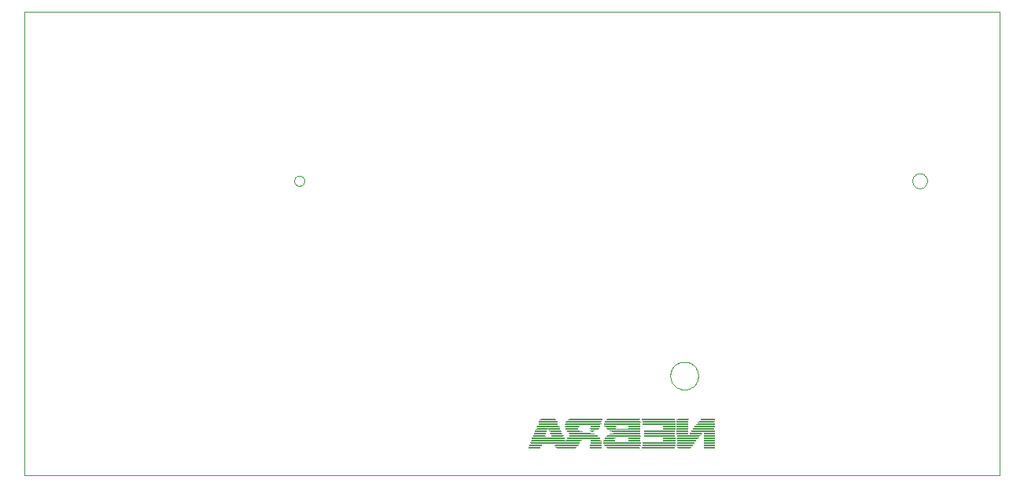
<source format=gbo>
G04 EAGLE Gerber RS-274X export*
G75*
%MOIN*%
%FSLAX34Y34*%
%LPD*%
%INBottom silk*%
%IPPOS*%
%AMOC8*
5,1,8,0,0,1.08239X$1,22.5*%
G01*
%ADD10C,0.000000*%
%ADD11R,0.046700X0.003340*%
%ADD12R,0.053300X0.003340*%
%ADD13R,0.130000X0.003340*%
%ADD14R,0.133300X0.003340*%
%ADD15R,0.050000X0.003340*%
%ADD16R,0.083300X0.003340*%
%ADD17R,0.043400X0.003340*%
%ADD18R,0.046700X0.003330*%
%ADD19R,0.053300X0.003330*%
%ADD20R,0.136700X0.003330*%
%ADD21R,0.140000X0.003330*%
%ADD22R,0.050000X0.003330*%
%ADD23R,0.083300X0.003330*%
%ADD24R,0.060000X0.003330*%
%ADD25R,0.143300X0.003330*%
%ADD26R,0.090000X0.003330*%
%ADD27R,0.066600X0.003340*%
%ADD28R,0.140000X0.003340*%
%ADD29R,0.150000X0.003340*%
%ADD30R,0.093400X0.003340*%
%ADD31R,0.066600X0.003330*%
%ADD32R,0.153300X0.003330*%
%ADD33R,0.096700X0.003330*%
%ADD34R,0.070000X0.003330*%
%ADD35R,0.156600X0.003330*%
%ADD36R,0.100000X0.003330*%
%ADD37R,0.070000X0.003340*%
%ADD38R,0.156600X0.003340*%
%ADD39R,0.210000X0.003340*%
%ADD40R,0.073300X0.003330*%
%ADD41R,0.160000X0.003330*%
%ADD42R,0.206600X0.003330*%
%ADD43R,0.076600X0.003330*%
%ADD44R,0.210000X0.003330*%
%ADD45R,0.080000X0.003340*%
%ADD46R,0.063400X0.003340*%
%ADD47R,0.213300X0.003340*%
%ADD48R,0.046600X0.003330*%
%ADD49R,0.043300X0.003330*%
%ADD50R,0.086600X0.003340*%
%ADD51R,0.046600X0.003340*%
%ADD52R,0.043300X0.003340*%
%ADD53R,0.066700X0.003340*%
%ADD54R,0.143300X0.003340*%
%ADD55R,0.093300X0.003330*%
%ADD56R,0.093300X0.003340*%
%ADD57R,0.096600X0.003330*%
%ADD58R,0.130000X0.003330*%
%ADD59R,0.146600X0.003330*%
%ADD60R,0.123300X0.003330*%
%ADD61R,0.120000X0.003330*%
%ADD62R,0.053400X0.003330*%
%ADD63R,0.103300X0.003340*%
%ADD64R,0.136600X0.003340*%
%ADD65R,0.110000X0.003340*%
%ADD66R,0.103400X0.003330*%
%ADD67R,0.116600X0.003330*%
%ADD68R,0.090000X0.003340*%
%ADD69R,0.006700X0.003330*%
%ADD70R,0.066700X0.003330*%
%ADD71R,0.016700X0.003330*%
%ADD72R,0.026700X0.003340*%
%ADD73R,0.033300X0.003330*%
%ADD74R,0.036700X0.003330*%
%ADD75R,0.086700X0.003340*%
%ADD76R,0.036700X0.003340*%
%ADD77R,0.053400X0.003340*%
%ADD78R,0.096700X0.003340*%
%ADD79R,0.083400X0.003330*%
%ADD80R,0.040000X0.003330*%
%ADD81R,0.056700X0.003330*%
%ADD82R,0.060000X0.003340*%
%ADD83R,0.076700X0.003330*%
%ADD84R,0.150000X0.003330*%
%ADD85R,0.073400X0.003330*%
%ADD86R,0.153400X0.003330*%
%ADD87R,0.073400X0.003340*%
%ADD88R,0.153300X0.003340*%
%ADD89R,0.146700X0.003330*%
%ADD90R,0.063300X0.003330*%
%ADD91R,0.056700X0.003340*%
%ADD92R,0.063300X0.003340*%


D10*
X-5906Y0D02*
X35433Y0D01*
X35433Y19685D01*
X-5906Y19685D01*
X-5906Y0D01*
D11*
X23115Y1100D03*
D12*
X22048Y1100D03*
D13*
X20964Y1100D03*
D14*
X19515Y1100D03*
D15*
X18331Y1100D03*
D16*
X17065Y1100D03*
D17*
X15731Y1100D03*
D18*
X23115Y1133D03*
D19*
X22048Y1133D03*
D20*
X20965Y1133D03*
D21*
X19481Y1133D03*
D22*
X18331Y1133D03*
D23*
X17065Y1133D03*
D22*
X15731Y1133D03*
D18*
X23115Y1167D03*
D24*
X22048Y1167D03*
D20*
X20965Y1167D03*
D25*
X19465Y1167D03*
D22*
X18331Y1167D03*
D26*
X17064Y1167D03*
D22*
X15731Y1167D03*
D11*
X23115Y1200D03*
D27*
X22081Y1200D03*
D28*
X20981Y1200D03*
D29*
X19464Y1200D03*
D15*
X18331Y1200D03*
D30*
X17081Y1200D03*
D12*
X15748Y1200D03*
D18*
X23115Y1233D03*
D31*
X22081Y1233D03*
D21*
X20981Y1233D03*
D32*
X19448Y1233D03*
D22*
X18331Y1233D03*
D33*
X17065Y1233D03*
D19*
X15748Y1233D03*
D18*
X23115Y1267D03*
D34*
X22098Y1267D03*
D21*
X20981Y1267D03*
D35*
X19431Y1267D03*
D22*
X18331Y1267D03*
D36*
X17081Y1267D03*
D19*
X15748Y1267D03*
D11*
X23115Y1300D03*
D37*
X22098Y1300D03*
D28*
X20981Y1300D03*
D38*
X19431Y1300D03*
D15*
X18331Y1300D03*
D39*
X16564Y1300D03*
D18*
X23115Y1333D03*
D40*
X22115Y1333D03*
D21*
X20981Y1333D03*
D41*
X19414Y1333D03*
D18*
X18315Y1333D03*
D42*
X16581Y1333D03*
D18*
X23115Y1367D03*
D43*
X22131Y1367D03*
D21*
X20981Y1367D03*
D41*
X19414Y1367D03*
D18*
X18315Y1367D03*
D44*
X16598Y1367D03*
D11*
X23115Y1400D03*
D45*
X22148Y1400D03*
D12*
X21415Y1400D03*
D15*
X19964Y1400D03*
D46*
X18931Y1400D03*
D11*
X18315Y1400D03*
D47*
X16615Y1400D03*
D18*
X23115Y1433D03*
D23*
X22165Y1433D03*
D19*
X21415Y1433D03*
D22*
X19964Y1433D03*
X18898Y1433D03*
D18*
X18315Y1433D03*
D44*
X16631Y1433D03*
D18*
X23115Y1467D03*
D23*
X22165Y1467D03*
D19*
X21415Y1467D03*
D22*
X19964Y1467D03*
D48*
X18881Y1467D03*
D49*
X18298Y1467D03*
D31*
X17381Y1467D03*
D25*
X16298Y1467D03*
D11*
X23115Y1500D03*
D50*
X22181Y1500D03*
D12*
X21415Y1500D03*
D15*
X19964Y1500D03*
D51*
X18881Y1500D03*
D52*
X18298Y1500D03*
D53*
X17415Y1500D03*
D54*
X16298Y1500D03*
D18*
X23115Y1533D03*
D26*
X22198Y1533D03*
D19*
X21415Y1533D03*
D22*
X19964Y1533D03*
D49*
X18898Y1533D03*
D21*
X17781Y1533D03*
D20*
X16298Y1533D03*
D18*
X23115Y1567D03*
D55*
X22215Y1567D03*
D19*
X21415Y1567D03*
D22*
X19964Y1567D03*
D18*
X18915Y1567D03*
D20*
X17798Y1567D03*
X16298Y1567D03*
D11*
X23115Y1600D03*
D56*
X22215Y1600D03*
D13*
X21031Y1600D03*
D15*
X19964Y1600D03*
D11*
X18948Y1600D03*
D13*
X17798Y1600D03*
D15*
X16698Y1600D03*
X15898Y1600D03*
D18*
X23115Y1633D03*
D57*
X22231Y1633D03*
D58*
X21031Y1633D03*
D59*
X19481Y1633D03*
D60*
X17798Y1633D03*
D22*
X16698Y1633D03*
D19*
X15915Y1633D03*
D18*
X23115Y1667D03*
D36*
X22248Y1667D03*
D58*
X21031Y1667D03*
D25*
X19498Y1667D03*
D61*
X17781Y1667D03*
D62*
X16681Y1667D03*
D22*
X15931Y1667D03*
D11*
X23115Y1700D03*
D63*
X22265Y1700D03*
D13*
X21031Y1700D03*
D64*
X19531Y1700D03*
D65*
X17764Y1700D03*
D15*
X16664Y1700D03*
X15931Y1700D03*
D18*
X23115Y1733D03*
D19*
X22548Y1733D03*
D22*
X21998Y1733D03*
D58*
X21031Y1733D03*
X19564Y1733D03*
D66*
X17731Y1733D03*
D22*
X16664Y1733D03*
X15964Y1733D03*
D18*
X23115Y1767D03*
D22*
X22564Y1767D03*
X21998Y1767D03*
D58*
X21031Y1767D03*
D67*
X19631Y1767D03*
D57*
X17631Y1767D03*
D22*
X16631Y1767D03*
X15964Y1767D03*
D11*
X23115Y1800D03*
D15*
X22598Y1800D03*
X21998Y1800D03*
D13*
X21031Y1800D03*
D65*
X19664Y1800D03*
D68*
X17564Y1800D03*
D15*
X16631Y1800D03*
X15964Y1800D03*
D36*
X22848Y1833D03*
D22*
X21998Y1833D03*
D58*
X21031Y1833D03*
D60*
X19598Y1833D03*
D69*
X18148Y1833D03*
D70*
X17415Y1833D03*
D18*
X16615Y1833D03*
D22*
X15998Y1833D03*
D33*
X22865Y1867D03*
D22*
X21998Y1867D03*
D58*
X21031Y1867D03*
X19564Y1867D03*
D71*
X18165Y1867D03*
D19*
X17348Y1867D03*
D22*
X16598Y1867D03*
X15998Y1867D03*
D30*
X22881Y1900D03*
D15*
X21998Y1900D03*
D13*
X21031Y1900D03*
D64*
X19531Y1900D03*
D72*
X18215Y1900D03*
D12*
X17315Y1900D03*
D51*
X16581Y1900D03*
D15*
X15998Y1900D03*
D26*
X22898Y1933D03*
D22*
X21998Y1933D03*
D19*
X21415Y1933D03*
D25*
X19498Y1933D03*
D73*
X18248Y1933D03*
D62*
X17281Y1933D03*
D22*
X16564Y1933D03*
X16031Y1933D03*
D26*
X22898Y1967D03*
D22*
X21998Y1967D03*
D19*
X21415Y1967D03*
D22*
X19964Y1967D03*
D49*
X18965Y1967D03*
D74*
X18265Y1967D03*
D62*
X17281Y1967D03*
D22*
X16564Y1967D03*
D18*
X16048Y1967D03*
D75*
X22915Y2000D03*
D15*
X21998Y2000D03*
D12*
X21415Y2000D03*
D15*
X19964Y2000D03*
D11*
X18948Y2000D03*
D76*
X18265Y2000D03*
D77*
X17281Y2000D03*
D78*
X16298Y2000D03*
D79*
X22931Y2033D03*
D22*
X21998Y2033D03*
D19*
X21415Y2033D03*
D22*
X19964Y2033D03*
D18*
X18948Y2033D03*
D80*
X18281Y2033D03*
D81*
X17298Y2033D03*
D33*
X16298Y2033D03*
D79*
X22931Y2067D03*
D22*
X21998Y2067D03*
D19*
X21415Y2067D03*
D22*
X19964Y2067D03*
X18931Y2067D03*
D80*
X18281Y2067D03*
D24*
X17314Y2067D03*
D26*
X16298Y2067D03*
D45*
X22948Y2100D03*
D15*
X21998Y2100D03*
D12*
X21415Y2100D03*
D15*
X19964Y2100D03*
D82*
X18981Y2100D03*
D29*
X17764Y2100D03*
D68*
X16298Y2100D03*
D83*
X22965Y2133D03*
D22*
X21998Y2133D03*
D21*
X20981Y2133D03*
D35*
X19431Y2133D03*
D84*
X17764Y2133D03*
D23*
X16298Y2133D03*
D85*
X22981Y2167D03*
D22*
X21998Y2167D03*
D21*
X20981Y2167D03*
D35*
X19431Y2167D03*
D86*
X17781Y2167D03*
D23*
X16298Y2167D03*
D87*
X22981Y2200D03*
D15*
X21998Y2200D03*
D28*
X20981Y2200D03*
D88*
X19448Y2200D03*
D29*
X17798Y2200D03*
D16*
X16298Y2200D03*
D34*
X22998Y2233D03*
D22*
X21998Y2233D03*
D21*
X20981Y2233D03*
D32*
X19448Y2233D03*
D84*
X17798Y2233D03*
D83*
X16298Y2233D03*
D70*
X23015Y2267D03*
D22*
X21998Y2267D03*
D21*
X20981Y2267D03*
D84*
X19464Y2267D03*
X17831Y2267D03*
D83*
X16298Y2267D03*
D46*
X23031Y2300D03*
D15*
X21998Y2300D03*
D28*
X20981Y2300D03*
D29*
X19464Y2300D03*
X17831Y2300D03*
D37*
X16298Y2300D03*
D24*
X23048Y2333D03*
D22*
X21998Y2333D03*
D20*
X20965Y2333D03*
D25*
X19465Y2333D03*
D89*
X17848Y2333D03*
D34*
X16298Y2333D03*
D24*
X23048Y2367D03*
D18*
X22015Y2367D03*
D20*
X20965Y2367D03*
D21*
X19481Y2367D03*
X17881Y2367D03*
D90*
X16298Y2367D03*
D91*
X23065Y2400D03*
D11*
X22015Y2400D03*
D13*
X20964Y2400D03*
D14*
X19515Y2400D03*
X17915Y2400D03*
D92*
X16298Y2400D03*
D10*
X21473Y4233D02*
X21475Y4281D01*
X21481Y4329D01*
X21491Y4376D01*
X21504Y4422D01*
X21522Y4467D01*
X21542Y4511D01*
X21567Y4553D01*
X21595Y4592D01*
X21625Y4629D01*
X21659Y4663D01*
X21696Y4695D01*
X21734Y4724D01*
X21775Y4749D01*
X21818Y4771D01*
X21863Y4789D01*
X21909Y4803D01*
X21956Y4814D01*
X22004Y4821D01*
X22052Y4824D01*
X22100Y4823D01*
X22148Y4818D01*
X22196Y4809D01*
X22242Y4797D01*
X22287Y4780D01*
X22331Y4760D01*
X22373Y4737D01*
X22413Y4710D01*
X22451Y4680D01*
X22486Y4647D01*
X22518Y4611D01*
X22548Y4573D01*
X22574Y4532D01*
X22596Y4489D01*
X22616Y4445D01*
X22631Y4400D01*
X22643Y4353D01*
X22651Y4305D01*
X22655Y4257D01*
X22655Y4209D01*
X22651Y4161D01*
X22643Y4113D01*
X22631Y4066D01*
X22616Y4021D01*
X22596Y3977D01*
X22574Y3934D01*
X22548Y3893D01*
X22518Y3855D01*
X22486Y3819D01*
X22451Y3786D01*
X22413Y3756D01*
X22373Y3729D01*
X22331Y3706D01*
X22287Y3686D01*
X22242Y3669D01*
X22196Y3657D01*
X22148Y3648D01*
X22100Y3643D01*
X22052Y3642D01*
X22004Y3645D01*
X21956Y3652D01*
X21909Y3663D01*
X21863Y3677D01*
X21818Y3695D01*
X21775Y3717D01*
X21734Y3742D01*
X21696Y3771D01*
X21659Y3803D01*
X21625Y3837D01*
X21595Y3874D01*
X21567Y3913D01*
X21542Y3955D01*
X21522Y3999D01*
X21504Y4044D01*
X21491Y4090D01*
X21481Y4137D01*
X21475Y4185D01*
X21473Y4233D01*
X31728Y12500D02*
X31730Y12535D01*
X31736Y12570D01*
X31746Y12604D01*
X31759Y12637D01*
X31776Y12668D01*
X31797Y12696D01*
X31820Y12723D01*
X31847Y12746D01*
X31875Y12767D01*
X31906Y12784D01*
X31939Y12797D01*
X31973Y12807D01*
X32008Y12813D01*
X32043Y12815D01*
X32078Y12813D01*
X32113Y12807D01*
X32147Y12797D01*
X32180Y12784D01*
X32211Y12767D01*
X32239Y12746D01*
X32266Y12723D01*
X32289Y12696D01*
X32310Y12668D01*
X32327Y12637D01*
X32340Y12604D01*
X32350Y12570D01*
X32356Y12535D01*
X32358Y12500D01*
X32356Y12465D01*
X32350Y12430D01*
X32340Y12396D01*
X32327Y12363D01*
X32310Y12332D01*
X32289Y12304D01*
X32266Y12277D01*
X32239Y12254D01*
X32211Y12233D01*
X32180Y12216D01*
X32147Y12203D01*
X32113Y12193D01*
X32078Y12187D01*
X32043Y12185D01*
X32008Y12187D01*
X31973Y12193D01*
X31939Y12203D01*
X31906Y12216D01*
X31875Y12233D01*
X31847Y12254D01*
X31820Y12277D01*
X31797Y12304D01*
X31776Y12332D01*
X31759Y12363D01*
X31746Y12396D01*
X31736Y12430D01*
X31730Y12465D01*
X31728Y12500D01*
X5527Y12500D02*
X5529Y12529D01*
X5535Y12557D01*
X5544Y12585D01*
X5557Y12611D01*
X5574Y12634D01*
X5593Y12656D01*
X5615Y12675D01*
X5640Y12690D01*
X5666Y12703D01*
X5694Y12711D01*
X5722Y12716D01*
X5751Y12717D01*
X5780Y12714D01*
X5808Y12707D01*
X5835Y12697D01*
X5861Y12683D01*
X5884Y12666D01*
X5905Y12646D01*
X5923Y12623D01*
X5938Y12598D01*
X5949Y12571D01*
X5957Y12543D01*
X5961Y12514D01*
X5961Y12486D01*
X5957Y12457D01*
X5949Y12429D01*
X5938Y12402D01*
X5923Y12377D01*
X5905Y12354D01*
X5884Y12334D01*
X5861Y12317D01*
X5835Y12303D01*
X5808Y12293D01*
X5780Y12286D01*
X5751Y12283D01*
X5722Y12284D01*
X5694Y12289D01*
X5666Y12297D01*
X5640Y12310D01*
X5615Y12325D01*
X5593Y12344D01*
X5574Y12366D01*
X5557Y12389D01*
X5544Y12415D01*
X5535Y12443D01*
X5529Y12471D01*
X5527Y12500D01*
M02*

</source>
